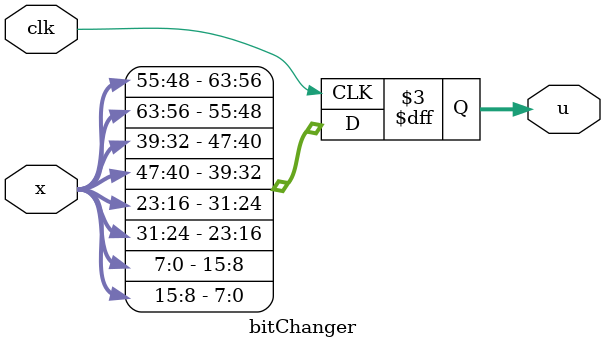
<source format=v>
`timescale 1ns / 1ps

module bitChanger(
		 input [63:0] x,
		 input clk,
		 output reg [63:0] u
    );
	 
	always @(posedge clk) begin: PLACEHOLDER_NAME //Named Block to instantiate I to allow Blocking
	   integer i;  
	   for(i = 1; i < 8; i = i + 2)          
	   begin
	   //An Explanation:
	   //LHS: Multiplies index by 8 (since it's evaluating 1 at a time)
	   //Since the LHS is a 2 Byte block, it begins above the higher block 8(I+1)
	   //And extends to the lower block 8(I). The -1 is for offset reasons.
			u[(8*(i+1)-1) -: 16] <= {x[8*i-1 -: 8], x[8*(i+1)-1 -: 8]};
	   end
	
	end


endmodule

</source>
